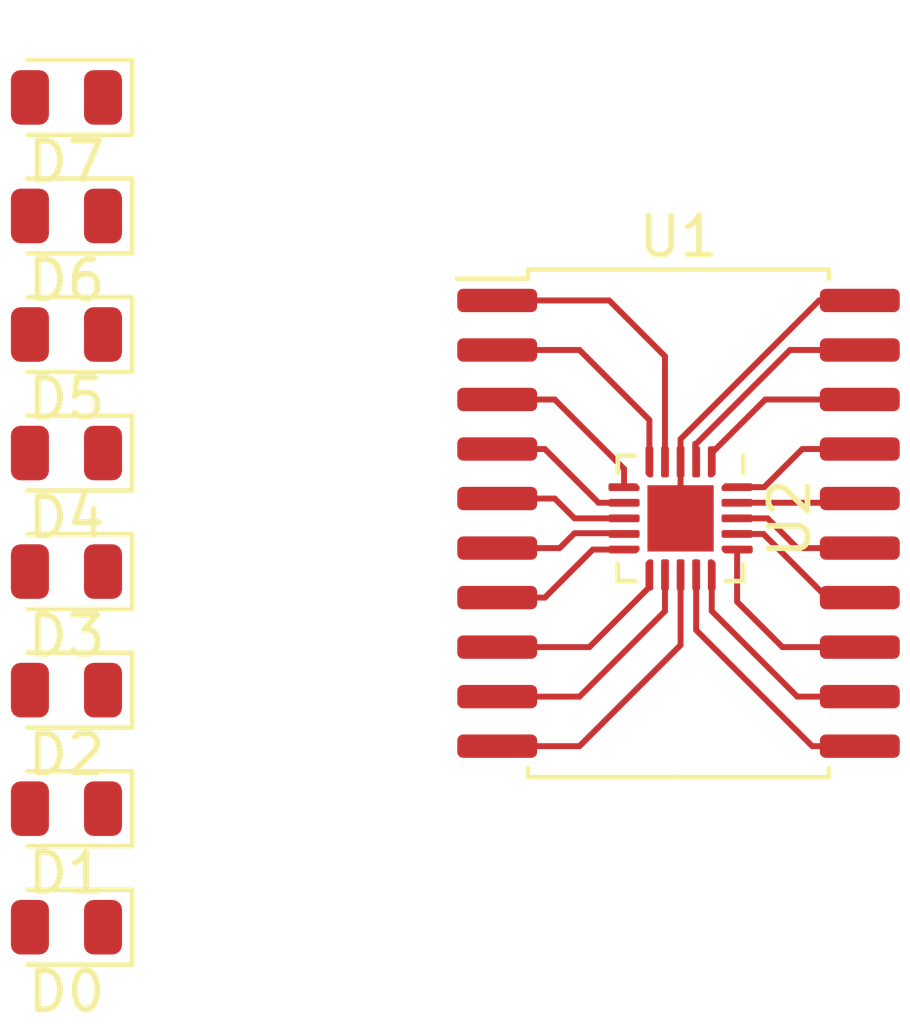
<source format=kicad_pcb>
(kicad_pcb (version 20221018) (generator pcbnew)
  (layers (0 "F.Cu" signal) (31 "B.Cu" signal) (34 "B.Paste" user) (35 "F.Paste" user) (36 "B.SilkS" user "B.Silkscreen") (37 "F.SilkS" user "F.Silkscreen") (38 "B.Mask" user) (39 "F.Mask" user) (44 "Edge.Cuts" user))
  (net 0 "")
  (net 1 "/PA4")
  (net 2 "/PA6")
  (net 3 "/PA7")
  (net 4 "/PB5")
  (net 5 "/PB4")
  (net 6 "/PB3")
  (net 7 "/PB2")
  (net 8 "/PB1")
  (net 9 "/PB0")
  (net 10 "/PC0")
  (net 11 "/PC1")
  (net 12 "/PC2")
  (net 13 "/PC3")
  (net 14 "/PA0")
  (net 15 "/PA1")
  (net 16 "/PA2")
  (net 17 "/PA3")
  (net 18 "+3.3V")
  (net 19 "/PA5")
  (net 20 "GND")
  (footprint "Diode_SMD:D_0805_2012Metric" (layer "F.Cu") (at 104.8235 62.333 180)
    (fp_text reference "D4" (at 0 -1.65) (layer "F.SilkS"))
    (fp_text value "LED")
    (fp_line (start -1.685 -0.96) (end -1.685 0.96) (stroke (width 0.12)) (layer "F.SilkS"))
    (fp_line (start -1.685 0.96) (end 1 0.96) (stroke (width 0.12)) (layer "F.SilkS"))
    (fp_line (start 1 -0.96) (end -1.685 -0.96) (stroke (width 0.12)) (layer "F.SilkS"))
    (pad "1" smd roundrect (at -0.9375 0 180) (size 0.975 1.4) (layers "F.Cu" "F.Paste" "F.Mask") (net 5 "/PB4"))
    (pad "2" smd roundrect (at 0.9375 0 180) (size 0.975 1.4) (layers "F.Cu" "F.Paste" "F.Mask") (net 18 "+3.3V"))
  )
  (footprint "Diode_SMD:D_0805_2012Metric" (layer "F.Cu") (at 104.8235 59.293 180)
    (fp_text reference "D5" (at 0 -1.65) (layer "F.SilkS"))
    (fp_text value "LED")
    (fp_line (start -1.685 -0.96) (end -1.685 0.96) (stroke (width 0.12)) (layer "F.SilkS"))
    (fp_line (start -1.685 0.96) (end 1 0.96) (stroke (width 0.12)) (layer "F.SilkS"))
    (fp_line (start 1 -0.96) (end -1.685 -0.96) (stroke (width 0.12)) (layer "F.SilkS"))
    (pad "1" smd roundrect (at -0.9375 0 180) (size 0.975 1.4) (layers "F.Cu" "F.Paste" "F.Mask") (net 4 "/PB5"))
    (pad "2" smd roundrect (at 0.9375 0 180) (size 0.975 1.4) (layers "F.Cu" "F.Paste" "F.Mask") (net 18 "+3.3V"))
  )
  (footprint "Package_SO:SOIC-20W_7.5x12.8mm_P1.27mm" (layer "F.Cu") (at 120.523 64.135)
    (fp_text reference "U1" (at 0 -7.35) (layer "F.SilkS"))
    (fp_text value "ATtiny1616-S")
    (fp_line (start -3.86 -6.51) (end -3.86 -6.275) (stroke (width 0.12)) (layer "F.SilkS"))
    (fp_line (start -3.86 -6.275) (end -5.675 -6.275) (stroke (width 0.12)) (layer "F.SilkS"))
    (fp_line (start -3.86 6.51) (end -3.86 6.275) (stroke (width 0.12)) (layer "F.SilkS"))
    (fp_line (start 0 -6.51) (end -3.86 -6.51) (stroke (width 0.12)) (layer "F.SilkS"))
    (fp_line (start 0 -6.51) (end 3.86 -6.51) (stroke (width 0.12)) (layer "F.SilkS"))
    (fp_line (start 0 6.51) (end -3.86 6.51) (stroke (width 0.12)) (layer "F.SilkS"))
    (fp_line (start 0 6.51) (end 3.86 6.51) (stroke (width 0.12)) (layer "F.SilkS"))
    (fp_line (start 3.86 -6.51) (end 3.86 -6.275) (stroke (width 0.12)) (layer "F.SilkS"))
    (fp_line (start 3.86 6.51) (end 3.86 6.275) (stroke (width 0.12)) (layer "F.SilkS"))
    (pad "1" smd roundrect (at -4.65 -5.715) (size 2.05 0.6) (layers "F.Cu" "F.Paste" "F.Mask") (net 18 "+3.3V"))
    (pad "2" smd roundrect (at -4.65 -4.445) (size 2.05 0.6) (layers "F.Cu" "F.Paste" "F.Mask") (net 1 "/PA4"))
    (pad "3" smd roundrect (at -4.65 -3.175) (size 2.05 0.6) (layers "F.Cu" "F.Paste" "F.Mask") (net 19 "/PA5"))
    (pad "4" smd roundrect (at -4.65 -1.905) (size 2.05 0.6) (layers "F.Cu" "F.Paste" "F.Mask") (net 2 "/PA6"))
    (pad "5" smd roundrect (at -4.65 -0.635) (size 2.05 0.6) (layers "F.Cu" "F.Paste" "F.Mask") (net 3 "/PA7"))
    (pad "6" smd roundrect (at -4.65 0.635) (size 2.05 0.6) (layers "F.Cu" "F.Paste" "F.Mask") (net 4 "/PB5"))
    (pad "7" smd roundrect (at -4.65 1.905) (size 2.05 0.6) (layers "F.Cu" "F.Paste" "F.Mask") (net 5 "/PB4"))
    (pad "8" smd roundrect (at -4.65 3.175) (size 2.05 0.6) (layers "F.Cu" "F.Paste" "F.Mask") (net 6 "/PB3"))
    (pad "9" smd roundrect (at -4.65 4.445) (size 2.05 0.6) (layers "F.Cu" "F.Paste" "F.Mask") (net 7 "/PB2"))
    (pad "10" smd roundrect (at -4.65 5.715) (size 2.05 0.6) (layers "F.Cu" "F.Paste" "F.Mask") (net 8 "/PB1"))
    (pad "11" smd roundrect (at 4.65 5.715) (size 2.05 0.6) (layers "F.Cu" "F.Paste" "F.Mask") (net 9 "/PB0"))
    (pad "12" smd roundrect (at 4.65 4.445) (size 2.05 0.6) (layers "F.Cu" "F.Paste" "F.Mask") (net 10 "/PC0"))
    (pad "13" smd roundrect (at 4.65 3.175) (size 2.05 0.6) (layers "F.Cu" "F.Paste" "F.Mask") (net 11 "/PC1"))
    (pad "14" smd roundrect (at 4.65 1.905) (size 2.05 0.6) (layers "F.Cu" "F.Paste" "F.Mask") (net 12 "/PC2"))
    (pad "15" smd roundrect (at 4.65 0.635) (size 2.05 0.6) (layers "F.Cu" "F.Paste" "F.Mask") (net 13 "/PC3"))
    (pad "16" smd roundrect (at 4.65 -0.635) (size 2.05 0.6) (layers "F.Cu" "F.Paste" "F.Mask") (net 14 "/PA0"))
    (pad "17" smd roundrect (at 4.65 -1.905) (size 2.05 0.6) (layers "F.Cu" "F.Paste" "F.Mask") (net 15 "/PA1"))
    (pad "18" smd roundrect (at 4.65 -3.175) (size 2.05 0.6) (layers "F.Cu" "F.Paste" "F.Mask") (net 16 "/PA2"))
    (pad "19" smd roundrect (at 4.65 -4.445) (size 2.05 0.6) (layers "F.Cu" "F.Paste" "F.Mask") (net 17 "/PA3"))
    (pad "20" smd roundrect (at 4.65 -5.715) (size 2.05 0.6) (layers "F.Cu" "F.Paste" "F.Mask") (net 20 "GND"))
  )
  (footprint "Diode_SMD:D_0805_2012Metric" (layer "F.Cu") (at 104.8235 68.413 180)
    (fp_text reference "D2" (at 0 -1.65) (layer "F.SilkS"))
    (fp_text value "LED")
    (fp_line (start -1.685 -0.96) (end -1.685 0.96) (stroke (width 0.12)) (layer "F.SilkS"))
    (fp_line (start -1.685 0.96) (end 1 0.96) (stroke (width 0.12)) (layer "F.SilkS"))
    (fp_line (start 1 -0.96) (end -1.685 -0.96) (stroke (width 0.12)) (layer "F.SilkS"))
    (pad "1" smd roundrect (at -0.9375 0 180) (size 0.975 1.4) (layers "F.Cu" "F.Paste" "F.Mask") (net 7 "/PB2"))
    (pad "2" smd roundrect (at 0.9375 0 180) (size 0.975 1.4) (layers "F.Cu" "F.Paste" "F.Mask") (net 18 "+3.3V"))
  )
  (footprint "Diode_SMD:D_0805_2012Metric" (layer "F.Cu") (at 104.8235 71.453 180)
    (fp_text reference "D1" (at 0 -1.65) (layer "F.SilkS"))
    (fp_text value "LED")
    (fp_line (start -1.685 -0.96) (end -1.685 0.96) (stroke (width 0.12)) (layer "F.SilkS"))
    (fp_line (start -1.685 0.96) (end 1 0.96) (stroke (width 0.12)) (layer "F.SilkS"))
    (fp_line (start 1 -0.96) (end -1.685 -0.96) (stroke (width 0.12)) (layer "F.SilkS"))
    (pad "1" smd roundrect (at -0.9375 0 180) (size 0.975 1.4) (layers "F.Cu" "F.Paste" "F.Mask") (net 8 "/PB1"))
    (pad "2" smd roundrect (at 0.9375 0 180) (size 0.975 1.4) (layers "F.Cu" "F.Paste" "F.Mask") (net 18 "+3.3V"))
  )
  (footprint "Package_DFN_QFN:VQFN-20-1EP_3x3mm_P0.4mm_EP1.7x1.7mm" (layer "F.Cu") (at 120.576 64.008 -90)
    (fp_text reference "U2" (at 0 -2.8 90) (layer "F.SilkS"))
    (fp_text value "ATtiny1616-M")
    (fp_line (start -1.61 1.61) (end -1.61 1.16) (stroke (width 0.12)) (layer "F.SilkS"))
    (fp_line (start -1.16 -1.61) (end -1.61 -1.61) (stroke (width 0.12)) (layer "F.SilkS"))
    (fp_line (start -1.16 1.61) (end -1.61 1.61) (stroke (width 0.12)) (layer "F.SilkS"))
    (fp_line (start 1.16 -1.61) (end 1.61 -1.61) (stroke (width 0.12)) (layer "F.SilkS"))
    (fp_line (start 1.16 1.61) (end 1.61 1.61) (stroke (width 0.12)) (layer "F.SilkS"))
    (fp_line (start 1.61 -1.61) (end 1.61 -1.16) (stroke (width 0.12)) (layer "F.SilkS"))
    (fp_line (start 1.61 1.61) (end 1.61 1.16) (stroke (width 0.12)) (layer "F.SilkS"))
    (pad "1" smd custom (at -1.45 -0.8 270) (size 0.143431 0.143431) (layers "F.Cu" "F.Paste" "F.Mask") (net 16 "/PA2") (options (clearance outline) (anchor circle)) (primitives (gr_poly (pts (xy 0.35 0.000711) (xy 0.35 0.05) (xy -0.35 0.05) (xy -0.35 -0.05) (xy 0.299289 -0.05)) (width 0.1) (fill yes))))
    (pad "2" smd roundrect (at -1.45 -0.4 270) (size 0.8 0.2) (layers "F.Cu" "F.Paste" "F.Mask") (net 17 "/PA3"))
    (pad "3" smd roundrect (at -1.45 0 270) (size 0.8 0.2) (layers "F.Cu" "F.Paste" "F.Mask") (net 20 "GND"))
    (pad "4" smd roundrect (at -1.45 0.4 270) (size 0.8 0.2) (layers "F.Cu" "F.Paste" "F.Mask") (net 18 "+3.3V"))
    (pad "5" smd custom (at -1.45 0.8 270) (size 0.143431 0.143431) (layers "F.Cu" "F.Paste" "F.Mask") (net 1 "/PA4") (options (clearance outline) (anchor circle)) (primitives (gr_poly (pts (xy 0.35 -0.000711) (xy 0.299289 0.05) (xy -0.35 0.05) (xy -0.35 -0.05) (xy 0.35 -0.05)) (width 0.1) (fill yes))))
    (pad "6" smd custom (at -0.8 1.45 270) (size 0.143431 0.143431) (layers "F.Cu" "F.Paste" "F.Mask") (net 19 "/PA5") (options (clearance outline) (anchor circle)) (primitives (gr_poly (pts (xy 0.05 0.35) (xy -0.05 0.35) (xy -0.05 -0.299289) (xy 0.000711 -0.35) (xy 0.05 -0.35)) (width 0.1) (fill yes))))
    (pad "7" smd roundrect (at -0.4 1.45 270) (size 0.2 0.8) (layers "F.Cu" "F.Paste" "F.Mask") (net 2 "/PA6"))
    (pad "8" smd roundrect (at 0 1.45 270) (size 0.2 0.8) (layers "F.Cu" "F.Paste" "F.Mask") (net 3 "/PA7"))
    (pad "9" smd roundrect (at 0.4 1.45 270) (size 0.2 0.8) (layers "F.Cu" "F.Paste" "F.Mask") (net 4 "/PB5"))
    (pad "10" smd custom (at 0.8 1.45 270) (size 0.143431 0.143431) (layers "F.Cu" "F.Paste" "F.Mask") (net 5 "/PB4") (options (clearance outline) (anchor circle)) (primitives (gr_poly (pts (xy 0.05 -0.299289) (xy 0.05 0.35) (xy -0.05 0.35) (xy -0.05 -0.35) (xy -0.000711 -0.35)) (width 0.1) (fill yes))))
    (pad "11" smd custom (at 1.45 0.8 270) (size 0.143431 0.143431) (layers "F.Cu" "F.Paste" "F.Mask") (net 6 "/PB3") (options (clearance outline) (anchor circle)) (primitives (gr_poly (pts (xy 0.35 0.05) (xy -0.299289 0.05) (xy -0.35 -0.000711) (xy -0.35 -0.05) (xy 0.35 -0.05)) (width 0.1) (fill yes))))
    (pad "12" smd roundrect (at 1.45 0.4 270) (size 0.8 0.2) (layers "F.Cu" "F.Paste" "F.Mask") (net 7 "/PB2"))
    (pad "13" smd roundrect (at 1.45 0 270) (size 0.8 0.2) (layers "F.Cu" "F.Paste" "F.Mask") (net 8 "/PB1"))
    (pad "14" smd roundrect (at 1.45 -0.4 270) (size 0.8 0.2) (layers "F.Cu" "F.Paste" "F.Mask") (net 9 "/PB0"))
    (pad "15" smd custom (at 1.45 -0.8 270) (size 0.143431 0.143431) (layers "F.Cu" "F.Paste" "F.Mask") (net 10 "/PC0") (options (clearance outline) (anchor circle)) (primitives (gr_poly (pts (xy 0.35 0.05) (xy -0.35 0.05) (xy -0.35 0.000711) (xy -0.299289 -0.05) (xy 0.35 -0.05)) (width 0.1) (fill yes))))
    (pad "16" smd custom (at 0.8 -1.45 270) (size 0.143431 0.143431) (layers "F.Cu" "F.Paste" "F.Mask") (net 11 "/PC1") (options (clearance outline) (anchor circle)) (primitives (gr_poly (pts (xy 0.05 0.299289) (xy -0.000711 0.35) (xy -0.05 0.35) (xy -0.05 -0.35) (xy 0.05 -0.35)) (width 0.1) (fill yes))))
    (pad "17" smd roundrect (at 0.4 -1.45 270) (size 0.2 0.8) (layers "F.Cu" "F.Paste" "F.Mask") (net 12 "/PC2"))
    (pad "18" smd roundrect (at 0 -1.45 270) (size 0.2 0.8) (layers "F.Cu" "F.Paste" "F.Mask") (net 13 "/PC3"))
    (pad "19" smd roundrect (at -0.4 -1.45 270) (size 0.2 0.8) (layers "F.Cu" "F.Paste" "F.Mask") (net 14 "/PA0"))
    (pad "20" smd custom (at -0.8 -1.45 270) (size 0.143431 0.143431) (layers "F.Cu" "F.Paste" "F.Mask") (net 15 "/PA1") (options (clearance outline) (anchor circle)) (primitives (gr_poly (pts (xy 0.05 0.35) (xy 0.000711 0.35) (xy -0.05 0.299289) (xy -0.05 -0.35) (xy 0.05 -0.35)) (width 0.1) (fill yes))))
    (pad "21" smd rect (at 0 0 270) (size 1.7 1.7) (layers "F.Cu" "F.Mask") (net 20 "GND"))
  )
  (footprint "Diode_SMD:D_0805_2012Metric" (layer "F.Cu") (at 104.8235 74.493 180)
    (fp_text reference "D0" (at 0 -1.65) (layer "F.SilkS"))
    (fp_text value "LED")
    (fp_line (start -1.685 -0.96) (end -1.685 0.96) (stroke (width 0.12)) (layer "F.SilkS"))
    (fp_line (start -1.685 0.96) (end 1 0.96) (stroke (width 0.12)) (layer "F.SilkS"))
    (fp_line (start 1 -0.96) (end -1.685 -0.96) (stroke (width 0.12)) (layer "F.SilkS"))
    (pad "1" smd roundrect (at -0.9375 0 180) (size 0.975 1.4) (layers "F.Cu" "F.Paste" "F.Mask") (net 9 "/PB0"))
    (pad "2" smd roundrect (at 0.9375 0 180) (size 0.975 1.4) (layers "F.Cu" "F.Paste" "F.Mask") (net 18 "+3.3V"))
  )
  (footprint "Diode_SMD:D_0805_2012Metric" (layer "F.Cu") (at 104.8235 56.253 180)
    (fp_text reference "D6" (at 0 -1.65) (layer "F.SilkS"))
    (fp_text value "LED")
    (fp_line (start -1.685 -0.96) (end -1.685 0.96) (stroke (width 0.12)) (layer "F.SilkS"))
    (fp_line (start -1.685 0.96) (end 1 0.96) (stroke (width 0.12)) (layer "F.SilkS"))
    (fp_line (start 1 -0.96) (end -1.685 -0.96) (stroke (width 0.12)) (layer "F.SilkS"))
    (pad "1" smd roundrect (at -0.9375 0 180) (size 0.975 1.4) (layers "F.Cu" "F.Paste" "F.Mask"))
    (pad "2" smd roundrect (at 0.9375 0 180) (size 0.975 1.4) (layers "F.Cu" "F.Paste" "F.Mask") (net 18 "+3.3V"))
  )
  (footprint "Diode_SMD:D_0805_2012Metric" (layer "F.Cu") (at 104.8235 65.373 180)
    (fp_text reference "D3" (at 0 -1.65) (layer "F.SilkS"))
    (fp_text value "LED")
    (fp_line (start -1.685 -0.96) (end -1.685 0.96) (stroke (width 0.12)) (layer "F.SilkS"))
    (fp_line (start -1.685 0.96) (end 1 0.96) (stroke (width 0.12)) (layer "F.SilkS"))
    (fp_line (start 1 -0.96) (end -1.685 -0.96) (stroke (width 0.12)) (layer "F.SilkS"))
    (pad "1" smd roundrect (at -0.9375 0 180) (size 0.975 1.4) (layers "F.Cu" "F.Paste" "F.Mask") (net 6 "/PB3"))
    (pad "2" smd roundrect (at 0.9375 0 180) (size 0.975 1.4) (layers "F.Cu" "F.Paste" "F.Mask") (net 18 "+3.3V"))
  )
  (footprint "Diode_SMD:D_0805_2012Metric" (layer "F.Cu") (at 104.8235 53.213 180)
    (fp_text reference "D7" (at 0 -1.65) (layer "F.SilkS"))
    (fp_text value "LED")
    (fp_line (start -1.685 -0.96) (end -1.685 0.96) (stroke (width 0.12)) (layer "F.SilkS"))
    (fp_line (start -1.685 0.96) (end 1 0.96) (stroke (width 0.12)) (layer "F.SilkS"))
    (fp_line (start 1 -0.96) (end -1.685 -0.96) (stroke (width 0.12)) (layer "F.SilkS"))
    (pad "1" smd roundrect (at -0.9375 0 180) (size 0.975 1.4) (layers "F.Cu" "F.Paste" "F.Mask"))
    (pad "2" smd roundrect (at 0.9375 0 180) (size 0.975 1.4) (layers "F.Cu" "F.Paste" "F.Mask") (net 18 "+3.3V"))
  )
  (segment (start 117.983 59.69) (end 115.873 59.69) (width 0.1524) (layer "F.Cu") (net 1))
  (segment (start 119.776 61.483) (end 117.983 59.69) (width 0.1524) (layer "F.Cu") (net 1))
  (segment (start 119.776 62.558) (end 119.776 61.483) (width 0.1524) (layer "F.Cu") (net 1))
  (segment (start 118.472 63.608) (end 117.094 62.23) (width 0.1524) (layer "F.Cu") (net 2))
  (segment (start 117.094 62.23) (end 115.873 62.23) (width 0.1524) (layer "F.Cu") (net 2))
  (segment (start 119.126 63.608) (end 118.472 63.608) (width 0.1524) (layer "F.Cu") (net 2))
  (segment (start 119.126 64.008) (end 117.856 64.008) (width 0.1524) (layer "F.Cu") (net 3))
  (segment (start 117.348 63.5) (end 115.873 63.5) (width 0.1524) (layer "F.Cu") (net 3))
  (segment (start 117.856 64.008) (end 117.348 63.5) (width 0.1524) (layer "F.Cu") (net 3))
  (segment (start 117.475 64.77) (end 115.873 64.77) (width 0.1524) (layer "F.Cu") (net 4))
  (segment (start 119.126 64.408) (end 119.107 64.389) (width 0.1524) (layer "F.Cu") (net 4))
  (segment (start 119.107 64.389) (end 117.856 64.389) (width 0.1524) (layer "F.Cu") (net 4))
  (segment (start 117.856 64.389) (end 117.475 64.77) (width 0.1524) (layer "F.Cu") (net 4))
  (segment (start 118.326 64.808) (end 117.094 66.04) (width 0.1524) (layer "F.Cu") (net 5))
  (segment (start 119.126 64.808) (end 118.326 64.808) (width 0.1524) (layer "F.Cu") (net 5))
  (segment (start 117.094 66.04) (end 115.873 66.04) (width 0.1524) (layer "F.Cu") (net 5))
  (segment (start 119.776 65.771) (end 118.237 67.31) (width 0.1524) (layer "F.Cu") (net 6))
  (segment (start 119.776 65.458) (end 119.776 65.771) (width 0.1524) (layer "F.Cu") (net 6))
  (segment (start 118.237 67.31) (end 115.873 67.31) (width 0.1524) (layer "F.Cu") (net 6))
  (segment (start 120.176 66.387) (end 117.983 68.58) (width 0.1524) (layer "F.Cu") (net 7))
  (segment (start 117.983 68.58) (end 115.873 68.58) (width 0.1524) (layer "F.Cu") (net 7))
  (segment (start 120.176 65.458) (end 120.176 66.387) (width 0.1524) (layer "F.Cu") (net 7))
  (segment (start 117.983 69.85) (end 115.873 69.85) (width 0.1524) (layer "F.Cu") (net 8))
  (segment (start 120.576 67.257) (end 117.983 69.85) (width 0.1524) (layer "F.Cu") (net 8))
  (segment (start 120.576 65.458) (end 120.576 67.257) (width 0.1524) (layer "F.Cu") (net 8))
  (segment (start 123.952 69.85) (end 125.173 69.85) (width 0.1524) (layer "F.Cu") (net 9))
  (segment (start 120.976 65.458) (end 120.976 66.874) (width 0.1524) (layer "F.Cu") (net 9))
  (segment (start 120.976 66.874) (end 123.952 69.85) (width 0.1524) (layer "F.Cu") (net 9))
  (segment (start 121.376 65.458) (end 121.376 66.385) (width 0.1524) (layer "F.Cu") (net 10))
  (segment (start 121.376 66.385) (end 123.571 68.58) (width 0.1524) (layer "F.Cu") (net 10))
  (segment (start 123.571 68.58) (end 125.173 68.58) (width 0.1524) (layer "F.Cu") (net 10))
  (segment (start 122.026 64.808) (end 122.026 66.146) (width 0.1524) (layer "F.Cu") (net 11))
  (segment (start 123.19 67.31) (end 125.173 67.31) (width 0.1524) (layer "F.Cu") (net 11))
  (segment (start 122.026 66.146) (end 123.19 67.31) (width 0.1524) (layer "F.Cu") (net 11))
  (segment (start 122.026 64.408) (end 122.701 64.408) (width 0.1524) (layer "F.Cu") (net 12))
  (segment (start 124.333 66.04) (end 125.173 66.04) (width 0.1524) (layer "F.Cu") (net 12))
  (segment (start 122.701 64.408) (end 124.333 66.04) (width 0.1524) (layer "F.Cu") (net 12))
  (segment (start 122.809 64.008) (end 123.571 64.77) (width 0.1524) (layer "F.Cu") (net 13))
  (segment (start 122.026 64.008) (end 122.809 64.008) (width 0.1524) (layer "F.Cu") (net 13))
  (segment (start 123.571 64.77) (end 125.173 64.77) (width 0.1524) (layer "F.Cu") (net 13))
  (segment (start 125.065 63.608) (end 125.173 63.5) (width 0.1524) (layer "F.Cu") (net 14))
  (segment (start 122.026 63.608) (end 125.065 63.608) (width 0.1524) (layer "F.Cu") (net 14))
  (segment (start 123.698 62.23) (end 125.173 62.23) (width 0.1524) (layer "F.Cu") (net 15))
  (segment (start 122.026 63.208) (end 122.72 63.208) (width 0.1524) (layer "F.Cu") (net 15))
  (segment (start 122.72 63.208) (end 123.698 62.23) (width 0.1524) (layer "F.Cu") (net 15))
  (segment (start 122.7492 60.96) (end 121.376 62.3332) (width 0.1524) (layer "F.Cu") (net 16))
  (segment (start 121.376 62.3332) (end 121.376 62.558) (width 0.1524) (layer "F.Cu") (net 16))
  (segment (start 125.173 60.96) (end 122.7492 60.96) (width 0.1524) (layer "F.Cu") (net 16))
  (segment (start 120.9522 62.5342) (end 120.976 62.558) (width 0.1524) (layer "F.Cu") (net 17))
  (segment (start 123.382684 59.69) (end 120.976 62.096684) (width 0.1524) (layer "F.Cu") (net 17))
  (segment (start 120.9522 62.096684) (end 120.9522 62.5342) (width 0.1524) (layer "F.Cu") (net 17))
  (segment (start 120.976 62.096684) (end 120.9522 62.096684) (width 0.1524) (layer "F.Cu") (net 17))
  (segment (start 125.173 59.69) (end 123.382684 59.69) (width 0.1524) (layer "F.Cu") (net 17))
  (segment (start 115.873 58.42) (end 116.038 58.42) (width 0.25) (layer "F.Cu") (net 18))
  (segment (start 118.745 58.42) (end 115.873 58.42) (width 0.1524) (layer "F.Cu") (net 18))
  (segment (start 120.176 62.558) (end 120.176 59.851) (width 0.1524) (layer "F.Cu") (net 18))
  (segment (start 120.176 59.851) (end 118.745 58.42) (width 0.1524) (layer "F.Cu") (net 18))
  (segment (start 119.126 63.208) (end 119.126 62.738) (width 0.1524) (layer "F.Cu") (net 19))
  (segment (start 119.126 62.738) (end 117.348 60.96) (width 0.1524) (layer "F.Cu") (net 19))
  (segment (start 117.348 60.96) (end 115.873 60.96) (width 0.1524) (layer "F.Cu") (net 19))
  (segment (start 124.130515 58.42) (end 120.576 61.974515) (width 0.1524) (layer "F.Cu") (net 20))
  (segment (start 125.173 58.42) (end 124.130515 58.42) (width 0.1524) (layer "F.Cu") (net 20))
  (segment (start 120.576 61.974515) (end 120.576 62.558) (width 0.1524) (layer "F.Cu") (net 20))
  (segment (start 120.576 64.008) (end 120.576 62.558) (width 0.1524) (layer "F.Cu") (net 20))
)
</source>
